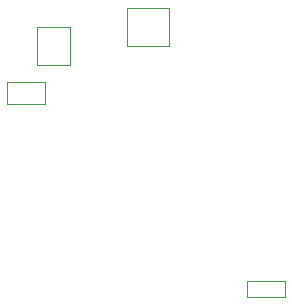
<source format=gbr>
G04 #@! TF.FileFunction,Other,User*
%FSLAX46Y46*%
G04 Gerber Fmt 4.6, Leading zero omitted, Abs format (unit mm)*
G04 Created by KiCad (PCBNEW 4.0.7-e2-6376~61~ubuntu18.04.1) date Sat Jul  7 14:25:19 2018*
%MOMM*%
%LPD*%
G01*
G04 APERTURE LIST*
%ADD10C,0.100000*%
%ADD11C,0.050000*%
%ADD12C,0.050800*%
G04 APERTURE END LIST*
D10*
D11*
X162200000Y-47300000D02*
X165800000Y-47300000D01*
X165800000Y-47300000D02*
X165800000Y-50500000D01*
X165800000Y-50500000D02*
X162200000Y-50500000D01*
X162200000Y-50500000D02*
X162200000Y-47300000D01*
X152100000Y-53600000D02*
X152100000Y-55400000D01*
X152100000Y-55400000D02*
X155300000Y-55400000D01*
X155300000Y-55400000D02*
X155300000Y-53600000D01*
X155300000Y-53600000D02*
X152100000Y-53600000D01*
D12*
X175587660Y-71818500D02*
X172392340Y-71818500D01*
X172392340Y-71818500D02*
X172392340Y-70421500D01*
X172392340Y-70421500D02*
X175587660Y-70421500D01*
X175587660Y-70421500D02*
X175587660Y-71818500D01*
D11*
X157400000Y-48900000D02*
X154600000Y-48900000D01*
X154600000Y-52100000D02*
X157400000Y-52100000D01*
X154600000Y-52100000D02*
X154600000Y-48900000D01*
X157400000Y-52100000D02*
X157400000Y-48900000D01*
M02*

</source>
